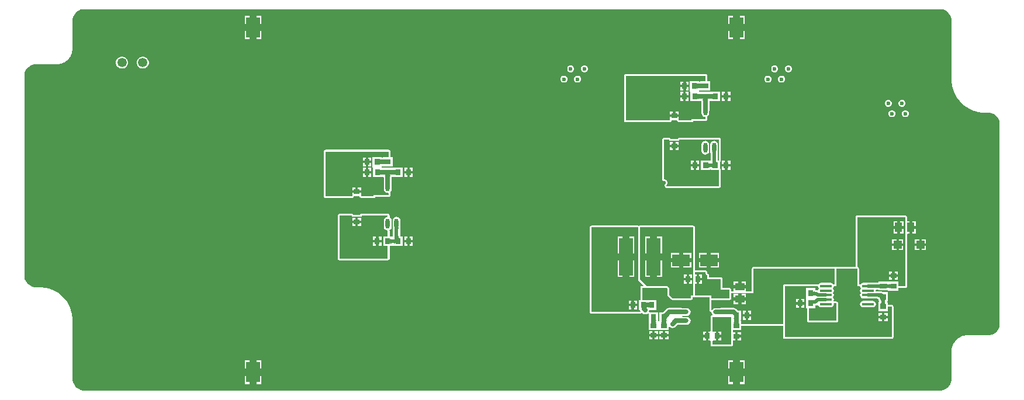
<source format=gbl>
G04*
G04 #@! TF.GenerationSoftware,Altium Limited,Altium Designer,21.7.2 (23)*
G04*
G04 Layer_Physical_Order=4*
G04 Layer_Color=16711680*
%FSLAX43Y43*%
%MOMM*%
G71*
G04*
G04 #@! TF.SameCoordinates,BD2E6C67-D46E-495A-B7F0-CE9B6F3DEFF6*
G04*
G04*
G04 #@! TF.FilePolarity,Positive*
G04*
G01*
G75*
%ADD41C,0.600*%
%ADD46C,0.635*%
%ADD47R,2.000X3.000*%
%ADD51R,0.900X1.200*%
%ADD52R,0.900X1.500*%
%ADD53R,0.900X0.600*%
%ADD54R,0.800X0.900*%
%ADD57R,0.900X0.800*%
%ADD74R,2.400X3.100*%
%ADD75R,2.700X2.500*%
%ADD76R,2.290X2.290*%
%ADD77C,7.000*%
%ADD78C,0.700*%
%ADD79C,1.000*%
%ADD80C,1.350*%
%ADD87R,1.100X1.400*%
%ADD88R,2.500X1.700*%
%ADD89O,2.200X0.600*%
%ADD90R,1.400X1.100*%
%ADD91R,2.000X5.500*%
%ADD92R,1.200X1.200*%
%ADD93O,1.780X0.420*%
%ADD94R,1.500X0.900*%
%ADD95R,0.600X0.900*%
%ADD96R,1.200X0.900*%
%ADD97O,0.600X1.450*%
%ADD98C,0.500*%
G36*
X164979Y102578D02*
X165277Y102454D01*
X165546Y102275D01*
X165775Y102046D01*
X165954Y101777D01*
X166078Y101479D01*
X166141Y101162D01*
Y101000D01*
Y92500D01*
X166142Y92496D01*
X166141Y92492D01*
X166151Y92191D01*
X166154Y92178D01*
X166153Y92165D01*
X166232Y91569D01*
X166237Y91553D01*
X166238Y91536D01*
X166394Y90954D01*
X166402Y90939D01*
X166405Y90922D01*
X166635Y90366D01*
X166645Y90352D01*
X166650Y90336D01*
X166951Y89815D01*
X166962Y89802D01*
X166970Y89787D01*
X167336Y89309D01*
X167349Y89298D01*
X167358Y89284D01*
X167784Y88858D01*
X167798Y88849D01*
X167809Y88836D01*
X168287Y88470D01*
X168302Y88462D01*
X168315Y88451D01*
X168836Y88150D01*
X168852Y88145D01*
X168866Y88135D01*
X169422Y87905D01*
X169439Y87902D01*
X169454Y87894D01*
X170036Y87738D01*
X170053Y87737D01*
X170069Y87732D01*
X170665Y87653D01*
X170678Y87654D01*
X170691Y87651D01*
X170992Y87641D01*
X170996Y87642D01*
X171000Y87641D01*
X171662Y87641D01*
X171979Y87578D01*
X172277Y87454D01*
X172546Y87275D01*
X172775Y87046D01*
X172954Y86777D01*
X173078Y86479D01*
X173141Y86162D01*
Y86000D01*
X173141Y57000D01*
X173141Y56838D01*
X173078Y56521D01*
X172954Y56223D01*
X172775Y55954D01*
X172546Y55725D01*
X172277Y55546D01*
X171979Y55422D01*
X171662Y55359D01*
X171500D01*
X168500Y55359D01*
X168494Y55358D01*
X168487Y55359D01*
X168281Y55349D01*
X168263Y55344D01*
X168244D01*
X167840Y55264D01*
X167816Y55254D01*
X167791Y55249D01*
X167411Y55091D01*
X167390Y55077D01*
X167366Y55067D01*
X167024Y54839D01*
X167006Y54821D01*
X166985Y54806D01*
X166694Y54515D01*
X166679Y54494D01*
X166661Y54476D01*
X166433Y54134D01*
X166423Y54110D01*
X166409Y54089D01*
X166251Y53709D01*
X166246Y53684D01*
X166236Y53660D01*
X166156Y53256D01*
Y53237D01*
X166151Y53219D01*
X166141Y53013D01*
X166142Y53006D01*
X166141Y53000D01*
X166141Y49000D01*
X166141Y48838D01*
X166078Y48521D01*
X165954Y48223D01*
X165775Y47954D01*
X165546Y47725D01*
X165277Y47546D01*
X164979Y47422D01*
X164662Y47359D01*
X164500D01*
X40500Y47359D01*
X40338D01*
X40021Y47422D01*
X39723Y47546D01*
X39454Y47725D01*
X39225Y47954D01*
X39046Y48223D01*
X38922Y48521D01*
X38859Y48838D01*
Y49000D01*
Y57500D01*
X38858Y57504D01*
X38859Y57508D01*
X38849Y57809D01*
X38846Y57822D01*
X38847Y57835D01*
X38768Y58431D01*
X38763Y58447D01*
X38762Y58464D01*
X38606Y59046D01*
X38598Y59061D01*
X38595Y59078D01*
X38365Y59634D01*
X38355Y59648D01*
X38350Y59664D01*
X38049Y60185D01*
X38038Y60198D01*
X38030Y60213D01*
X37664Y60691D01*
X37651Y60702D01*
X37642Y60716D01*
X37216Y61142D01*
X37202Y61151D01*
X37191Y61164D01*
X36713Y61530D01*
X36698Y61538D01*
X36685Y61549D01*
X36164Y61850D01*
X36148Y61855D01*
X36134Y61865D01*
X35578Y62095D01*
X35561Y62098D01*
X35546Y62106D01*
X34964Y62262D01*
X34947Y62263D01*
X34931Y62268D01*
X34335Y62347D01*
X34322Y62346D01*
X34309Y62349D01*
X34008Y62359D01*
X34004Y62358D01*
X34000Y62359D01*
X33500Y62359D01*
X33338Y62359D01*
X33021Y62422D01*
X32723Y62546D01*
X32454Y62725D01*
X32225Y62954D01*
X32046Y63223D01*
X31922Y63521D01*
X31859Y63838D01*
Y64000D01*
X31859Y93000D01*
X31859Y93162D01*
X31922Y93479D01*
X32046Y93777D01*
X32225Y94046D01*
X32454Y94275D01*
X32723Y94454D01*
X33021Y94578D01*
X33338Y94641D01*
X33500D01*
X36500Y94641D01*
X36506Y94642D01*
X36513Y94641D01*
X36719Y94651D01*
X36737Y94656D01*
X36756D01*
X37160Y94736D01*
X37184Y94746D01*
X37209Y94751D01*
X37589Y94909D01*
X37610Y94923D01*
X37634Y94933D01*
X37976Y95161D01*
X37994Y95179D01*
X38015Y95194D01*
X38306Y95485D01*
X38321Y95506D01*
X38339Y95524D01*
X38567Y95866D01*
X38577Y95890D01*
X38591Y95911D01*
X38749Y96291D01*
X38754Y96316D01*
X38764Y96340D01*
X38844Y96744D01*
Y96763D01*
X38849Y96781D01*
X38859Y96987D01*
X38858Y96994D01*
X38859Y97000D01*
X38859Y101000D01*
X38859Y101162D01*
X38922Y101479D01*
X39046Y101777D01*
X39225Y102046D01*
X39454Y102275D01*
X39723Y102454D01*
X40021Y102578D01*
X40338Y102641D01*
X40500D01*
X164500Y102641D01*
X164662D01*
X164979Y102578D01*
D02*
G37*
%LPC*%
G36*
X66200Y101700D02*
X65512D01*
Y100512D01*
X66200D01*
Y101700D01*
D02*
G37*
G36*
X64488D02*
X63800D01*
Y100512D01*
X64488D01*
Y101700D01*
D02*
G37*
G36*
X136200D02*
X135512D01*
Y100512D01*
X136200D01*
Y101700D01*
D02*
G37*
G36*
X134488D02*
X133800D01*
Y100512D01*
X134488D01*
Y101700D01*
D02*
G37*
G36*
X136200Y99488D02*
X135512D01*
Y98300D01*
X136200D01*
Y99488D01*
D02*
G37*
G36*
X134488D02*
X133800D01*
Y98300D01*
X134488D01*
Y99488D01*
D02*
G37*
G36*
X66200Y99488D02*
X65512D01*
Y98300D01*
X66200D01*
Y99488D01*
D02*
G37*
G36*
X64488D02*
X63800D01*
Y98300D01*
X64488D01*
Y99488D01*
D02*
G37*
G36*
X49115Y95775D02*
X48885D01*
X48662Y95715D01*
X48463Y95600D01*
X48300Y95437D01*
X48185Y95238D01*
X48125Y95015D01*
Y94785D01*
X48185Y94562D01*
X48300Y94363D01*
X48463Y94200D01*
X48662Y94085D01*
X48885Y94025D01*
X49115D01*
X49338Y94085D01*
X49537Y94200D01*
X49700Y94363D01*
X49815Y94562D01*
X49875Y94785D01*
Y95015D01*
X49815Y95238D01*
X49700Y95437D01*
X49537Y95600D01*
X49338Y95715D01*
X49115Y95775D01*
D02*
G37*
G36*
X46115D02*
X45885D01*
X45662Y95715D01*
X45463Y95600D01*
X45300Y95437D01*
X45185Y95238D01*
X45125Y95015D01*
Y94785D01*
X45185Y94562D01*
X45300Y94363D01*
X45463Y94200D01*
X45662Y94085D01*
X45885Y94025D01*
X46115D01*
X46338Y94085D01*
X46537Y94200D01*
X46700Y94363D01*
X46815Y94562D01*
X46875Y94785D01*
Y95015D01*
X46815Y95238D01*
X46700Y95437D01*
X46537Y95600D01*
X46338Y95715D01*
X46115Y95775D01*
D02*
G37*
G36*
X142649Y94500D02*
X142451D01*
X142267Y94424D01*
X142126Y94283D01*
X142050Y94099D01*
Y93901D01*
X142126Y93717D01*
X142267Y93576D01*
X142451Y93500D01*
X142649D01*
X142833Y93576D01*
X142974Y93717D01*
X143050Y93901D01*
Y94099D01*
X142974Y94283D01*
X142833Y94424D01*
X142649Y94500D01*
D02*
G37*
G36*
X140649D02*
X140451D01*
X140267Y94424D01*
X140126Y94283D01*
X140050Y94099D01*
Y93901D01*
X140126Y93717D01*
X140267Y93576D01*
X140451Y93500D01*
X140649D01*
X140833Y93576D01*
X140974Y93717D01*
X141050Y93901D01*
Y94099D01*
X140974Y94283D01*
X140833Y94424D01*
X140649Y94500D01*
D02*
G37*
G36*
X113099D02*
X112901D01*
X112717Y94424D01*
X112576Y94283D01*
X112500Y94099D01*
Y93901D01*
X112576Y93717D01*
X112717Y93576D01*
X112901Y93500D01*
X113099D01*
X113283Y93576D01*
X113424Y93717D01*
X113500Y93901D01*
Y94099D01*
X113424Y94283D01*
X113283Y94424D01*
X113099Y94500D01*
D02*
G37*
G36*
X111099D02*
X110901D01*
X110717Y94424D01*
X110576Y94283D01*
X110500Y94099D01*
Y93901D01*
X110576Y93717D01*
X110717Y93576D01*
X110901Y93500D01*
X111099D01*
X111283Y93576D01*
X111424Y93717D01*
X111500Y93901D01*
Y94099D01*
X111424Y94283D01*
X111283Y94424D01*
X111099Y94500D01*
D02*
G37*
G36*
X141649Y93000D02*
X141451D01*
X141267Y92924D01*
X141126Y92783D01*
X141050Y92599D01*
Y92401D01*
X141126Y92217D01*
X141267Y92076D01*
X141451Y92000D01*
X141649D01*
X141833Y92076D01*
X141974Y92217D01*
X142050Y92401D01*
Y92599D01*
X141974Y92783D01*
X141833Y92924D01*
X141649Y93000D01*
D02*
G37*
G36*
X139649D02*
X139451D01*
X139267Y92924D01*
X139126Y92783D01*
X139050Y92599D01*
Y92401D01*
X139126Y92217D01*
X139267Y92076D01*
X139451Y92000D01*
X139649D01*
X139833Y92076D01*
X139974Y92217D01*
X140050Y92401D01*
Y92599D01*
X139974Y92783D01*
X139833Y92924D01*
X139649Y93000D01*
D02*
G37*
G36*
X112099D02*
X111901D01*
X111717Y92924D01*
X111576Y92783D01*
X111500Y92599D01*
Y92401D01*
X111576Y92217D01*
X111717Y92076D01*
X111901Y92000D01*
X112099D01*
X112283Y92076D01*
X112424Y92217D01*
X112500Y92401D01*
Y92599D01*
X112424Y92783D01*
X112283Y92924D01*
X112099Y93000D01*
D02*
G37*
G36*
X110099D02*
X109901D01*
X109717Y92924D01*
X109576Y92783D01*
X109500Y92599D01*
Y92401D01*
X109576Y92217D01*
X109717Y92076D01*
X109901Y92000D01*
X110099D01*
X110283Y92076D01*
X110424Y92217D01*
X110500Y92401D01*
Y92599D01*
X110424Y92783D01*
X110283Y92924D01*
X110099Y93000D01*
D02*
G37*
G36*
X130500Y93259D02*
X119000D01*
X118901Y93239D01*
X118817Y93183D01*
X118761Y93099D01*
X118741Y93000D01*
Y86500D01*
X118761Y86401D01*
X118817Y86317D01*
X118901Y86261D01*
X119000Y86241D01*
X125285D01*
X125311Y86246D01*
X125338Y86247D01*
X125360Y86256D01*
X125384Y86261D01*
X125406Y86276D01*
X125431Y86286D01*
X125448Y86304D01*
X125468Y86317D01*
X125483Y86339D01*
X125502Y86359D01*
X125567Y86459D01*
X125576Y86481D01*
X125589Y86501D01*
X125595Y86527D01*
X125602Y86546D01*
X126398D01*
X126405Y86527D01*
X126411Y86501D01*
X126424Y86481D01*
X126433Y86459D01*
X126498Y86359D01*
X126517Y86339D01*
X126532Y86317D01*
X126552Y86304D01*
X126569Y86286D01*
X126594Y86276D01*
X126616Y86261D01*
X126640Y86256D01*
X126662Y86247D01*
X126689Y86246D01*
X126715Y86241D01*
X128466D01*
X128565Y86261D01*
X128649Y86317D01*
X128705Y86401D01*
X128708Y86415D01*
X130500D01*
X130599Y86435D01*
X130683Y86491D01*
X130739Y86575D01*
X130759Y86674D01*
Y87010D01*
X130754Y87035D01*
Y87061D01*
X130748Y87075D01*
X130899Y87176D01*
X131022Y87359D01*
X131065Y87575D01*
Y87910D01*
X131083Y88000D01*
Y89179D01*
X131087Y89271D01*
X131092Y89310D01*
X131204Y89346D01*
X131317Y89315D01*
X131346Y89296D01*
Y89296D01*
X131593D01*
X131603Y89294D01*
X131613Y89296D01*
X132654D01*
Y90704D01*
X131613D01*
X131603Y90706D01*
X131593Y90704D01*
X131346D01*
Y90704D01*
X131219Y90647D01*
X131204Y90654D01*
Y90654D01*
X130957D01*
X130947Y90656D01*
X130946Y90656D01*
X130946Y90656D01*
X130936Y90654D01*
X130064D01*
X130054Y90656D01*
X130054Y90656D01*
X130053Y90656D01*
X130043Y90654D01*
X129796D01*
Y90654D01*
X129758Y90636D01*
X129654Y90704D01*
Y90704D01*
X129580Y90771D01*
X129602Y90903D01*
X129679Y90929D01*
X129796Y90870D01*
Y90870D01*
X130043D01*
X130053Y90868D01*
X130054Y90868D01*
X130054Y90868D01*
X130064Y90870D01*
X131204D01*
Y92178D01*
X130759D01*
Y93000D01*
X130739Y93099D01*
X130683Y93183D01*
X130599Y93239D01*
X130500Y93259D01*
D02*
G37*
G36*
X134124Y90650D02*
X133706D01*
Y90183D01*
X134124D01*
Y90650D01*
D02*
G37*
G36*
X133342D02*
X132924D01*
Y90183D01*
X133342D01*
Y90650D01*
D02*
G37*
G36*
X134124Y89817D02*
X133706D01*
Y89350D01*
X134124D01*
Y89817D01*
D02*
G37*
G36*
X133342D02*
X132924D01*
Y89350D01*
X133342D01*
Y89817D01*
D02*
G37*
G36*
X159099Y89500D02*
X158901D01*
X158717Y89424D01*
X158576Y89283D01*
X158500Y89099D01*
Y88901D01*
X158576Y88717D01*
X158717Y88576D01*
X158901Y88500D01*
X159099D01*
X159283Y88576D01*
X159424Y88717D01*
X159500Y88901D01*
Y89099D01*
X159424Y89283D01*
X159283Y89424D01*
X159099Y89500D01*
D02*
G37*
G36*
X157099D02*
X156901D01*
X156717Y89424D01*
X156576Y89283D01*
X156500Y89099D01*
Y88901D01*
X156576Y88717D01*
X156717Y88576D01*
X156901Y88500D01*
X157099D01*
X157283Y88576D01*
X157424Y88717D01*
X157500Y88901D01*
Y89099D01*
X157424Y89283D01*
X157283Y89424D01*
X157099Y89500D01*
D02*
G37*
G36*
X159599Y88000D02*
X159401D01*
X159217Y87924D01*
X159076Y87783D01*
X159000Y87599D01*
Y87401D01*
X159076Y87217D01*
X159217Y87076D01*
X159401Y87000D01*
X159599D01*
X159783Y87076D01*
X159924Y87217D01*
X160000Y87401D01*
Y87599D01*
X159924Y87783D01*
X159783Y87924D01*
X159599Y88000D01*
D02*
G37*
G36*
X157599D02*
X157401D01*
X157217Y87924D01*
X157076Y87783D01*
X157000Y87599D01*
Y87401D01*
X157076Y87217D01*
X157217Y87076D01*
X157401Y87000D01*
X157599D01*
X157783Y87076D01*
X157924Y87217D01*
X158000Y87401D01*
Y87599D01*
X157924Y87783D01*
X157783Y87924D01*
X157599Y88000D01*
D02*
G37*
G36*
X132500Y84009D02*
X126704D01*
X126605Y83989D01*
X126521Y83933D01*
X126465Y83849D01*
X126456Y83805D01*
X125544D01*
X125535Y83849D01*
X125479Y83933D01*
X125395Y83989D01*
X125296Y84009D01*
X124500D01*
X124401Y83989D01*
X124317Y83933D01*
X124261Y83849D01*
X124241Y83750D01*
Y78000D01*
X124261Y77901D01*
X124317Y77817D01*
X124401Y77761D01*
X124500Y77741D01*
X124548D01*
X124637Y77704D01*
X124704Y77637D01*
X124741Y77548D01*
Y77452D01*
X124704Y77363D01*
X124651Y77310D01*
X124595Y77226D01*
X124575Y77127D01*
X124595Y77028D01*
X124647Y76901D01*
X124704Y76817D01*
X124788Y76761D01*
X124887Y76741D01*
X132500D01*
X132599Y76761D01*
X132683Y76817D01*
X132739Y76901D01*
X132759Y77000D01*
Y79296D01*
X132739Y79395D01*
X132683Y79479D01*
X132654Y79499D01*
Y80501D01*
X132683Y80521D01*
X132739Y80605D01*
X132759Y80704D01*
Y83750D01*
X132739Y83849D01*
X132683Y83933D01*
X132599Y83989D01*
X132500Y84009D01*
D02*
G37*
G36*
X134124Y80650D02*
X133706D01*
Y80183D01*
X134124D01*
Y80650D01*
D02*
G37*
G36*
X133342D02*
X132924D01*
Y80183D01*
X133342D01*
Y80650D01*
D02*
G37*
G36*
X84635Y82259D02*
X75500D01*
X75401Y82239D01*
X75317Y82183D01*
X75261Y82099D01*
X75241Y82000D01*
Y75500D01*
X75261Y75401D01*
X75317Y75317D01*
X75401Y75261D01*
X75500Y75241D01*
X79285D01*
X79311Y75246D01*
X79338Y75247D01*
X79360Y75256D01*
X79384Y75261D01*
X79406Y75276D01*
X79431Y75286D01*
X79448Y75304D01*
X79468Y75317D01*
X79483Y75339D01*
X79502Y75359D01*
X79567Y75459D01*
X79576Y75481D01*
X79589Y75501D01*
X79595Y75527D01*
X79602Y75546D01*
X80398D01*
X80405Y75527D01*
X80411Y75501D01*
X80424Y75481D01*
X80433Y75459D01*
X80498Y75359D01*
X80517Y75339D01*
X80532Y75317D01*
X80552Y75304D01*
X80569Y75286D01*
X80594Y75276D01*
X80616Y75261D01*
X80640Y75256D01*
X80662Y75247D01*
X80689Y75246D01*
X80715Y75241D01*
X82466D01*
X82565Y75261D01*
X82649Y75317D01*
X82705Y75401D01*
X82708Y75415D01*
X84635D01*
X84734Y75435D01*
X84818Y75491D01*
X84874Y75575D01*
X84894Y75674D01*
Y75937D01*
X84891Y75950D01*
X84893Y75962D01*
X84882Y75999D01*
X84874Y76036D01*
X84888Y76139D01*
X84899Y76176D01*
X85022Y76359D01*
X85065Y76575D01*
Y76910D01*
X85083Y77000D01*
Y78179D01*
X85087Y78271D01*
X85092Y78310D01*
X85204Y78346D01*
X85317Y78315D01*
X85346Y78296D01*
Y78296D01*
X85593D01*
X85603Y78294D01*
X85613Y78296D01*
X86654D01*
Y79704D01*
X85613D01*
X85603Y79706D01*
X85593Y79704D01*
X85346D01*
Y79704D01*
X85219Y79647D01*
X85204Y79654D01*
Y79654D01*
X84957D01*
X84947Y79656D01*
X84946Y79656D01*
X84946Y79656D01*
X84936Y79654D01*
X84064D01*
X84054Y79656D01*
X84054Y79656D01*
X84053Y79656D01*
X84043Y79654D01*
X83796D01*
X83796Y79654D01*
X83710Y79670D01*
X83678Y79698D01*
Y79704D01*
X83638D01*
X83580Y79768D01*
X83602Y79903D01*
X83679Y79929D01*
X83796Y79870D01*
Y79870D01*
X84043D01*
X84053Y79868D01*
X84054Y79868D01*
X84054Y79868D01*
X84064Y79870D01*
X85204D01*
Y81178D01*
X84894D01*
Y82000D01*
X84874Y82099D01*
X84818Y82183D01*
X84734Y82239D01*
X84635Y82259D01*
D02*
G37*
G36*
X134124Y79817D02*
X133706D01*
Y79350D01*
X134124D01*
Y79817D01*
D02*
G37*
G36*
X133342D02*
X132924D01*
Y79350D01*
X133342D01*
Y79817D01*
D02*
G37*
G36*
X88124Y79650D02*
X87706D01*
Y79183D01*
X88124D01*
Y79650D01*
D02*
G37*
G36*
X87341D02*
X86924D01*
Y79183D01*
X87341D01*
Y79650D01*
D02*
G37*
G36*
X88124Y78817D02*
X87706D01*
Y78350D01*
X88124D01*
Y78817D01*
D02*
G37*
G36*
X87341D02*
X86924D01*
Y78350D01*
X87341D01*
Y78817D01*
D02*
G37*
G36*
X84500Y73009D02*
X80704D01*
X80605Y72989D01*
X80521Y72933D01*
X80465Y72849D01*
X80456Y72805D01*
X79544D01*
X79535Y72849D01*
X79479Y72933D01*
X79395Y72989D01*
X79296Y73009D01*
X77500D01*
X77401Y72989D01*
X77317Y72933D01*
X77261Y72849D01*
X77241Y72750D01*
Y66500D01*
X77261Y66401D01*
X77317Y66317D01*
X77401Y66261D01*
X77500Y66241D01*
X84500D01*
X84599Y66261D01*
X84683Y66317D01*
X84739Y66401D01*
X84759Y66500D01*
Y68296D01*
X84887D01*
X84897Y68294D01*
X84907Y68296D01*
X85154D01*
Y68387D01*
X85230Y68423D01*
X85346Y68348D01*
Y68296D01*
X85593D01*
X85603Y68294D01*
X85613Y68296D01*
X86654D01*
Y69704D01*
X86308D01*
X86306Y69708D01*
X86296Y69746D01*
X86287Y69799D01*
X86284Y69836D01*
Y70723D01*
X86288Y70837D01*
X86296Y70923D01*
X86300Y70947D01*
X86302Y70957D01*
X86306Y70967D01*
X86309Y70993D01*
X86335Y71125D01*
Y71975D01*
X86292Y72191D01*
X86169Y72374D01*
X85986Y72497D01*
X85770Y72540D01*
X85554Y72497D01*
X85371Y72374D01*
X85248Y72191D01*
X85205Y71975D01*
Y71125D01*
X85231Y70993D01*
X85234Y70967D01*
X85237Y70958D01*
X85256Y70629D01*
Y69764D01*
X85154Y69704D01*
X84907D01*
X84897Y69706D01*
X84887Y69704D01*
X84759D01*
Y70560D01*
X84754Y70585D01*
Y70611D01*
X84748Y70625D01*
X84899Y70726D01*
X85022Y70909D01*
X85065Y71125D01*
Y71975D01*
X85022Y72191D01*
X84899Y72374D01*
X84748Y72475D01*
X84754Y72489D01*
Y72515D01*
X84759Y72540D01*
Y72750D01*
X84739Y72849D01*
X84683Y72933D01*
X84599Y72989D01*
X84500Y73009D01*
D02*
G37*
G36*
X161028Y71900D02*
X160460D01*
Y71182D01*
X161028D01*
Y71900D01*
D02*
G37*
G36*
Y70817D02*
X160460D01*
Y70100D01*
X161028D01*
Y70817D01*
D02*
G37*
G36*
X88124Y69650D02*
X87706D01*
Y69183D01*
X88124D01*
Y69650D01*
D02*
G37*
G36*
X87341D02*
X86924D01*
Y69183D01*
X87341D01*
Y69650D01*
D02*
G37*
G36*
X162451Y69300D02*
X161833D01*
Y68683D01*
X162451D01*
Y69300D01*
D02*
G37*
G36*
X161469D02*
X160851D01*
Y68683D01*
X161469D01*
Y69300D01*
D02*
G37*
G36*
X88124Y68817D02*
X87706D01*
Y68350D01*
X88124D01*
Y68817D01*
D02*
G37*
G36*
X87341D02*
X86924D01*
Y68350D01*
X87341D01*
Y68817D01*
D02*
G37*
G36*
X162451Y68317D02*
X161833D01*
Y67700D01*
X162451D01*
Y68317D01*
D02*
G37*
G36*
X161469D02*
X160851D01*
Y67700D01*
X161469D01*
Y68317D01*
D02*
G37*
G36*
X132450Y67300D02*
X131318D01*
Y66567D01*
X132450D01*
Y67300D01*
D02*
G37*
G36*
X130682D02*
X129550D01*
Y66567D01*
X130682D01*
Y67300D01*
D02*
G37*
G36*
X159500Y72759D02*
X152500D01*
X152401Y72739D01*
X152317Y72683D01*
X152261Y72599D01*
X152241Y72500D01*
Y65259D01*
X149500D01*
X149401Y65239D01*
X149371Y65219D01*
X149340Y65239D01*
X149241Y65259D01*
X137500D01*
X137401Y65239D01*
X137317Y65183D01*
X137261Y65099D01*
X137241Y65000D01*
Y61759D01*
X136400D01*
Y62133D01*
X135500D01*
X134600D01*
Y61759D01*
X134259D01*
Y62000D01*
X134239Y62099D01*
X134183Y62183D01*
X134099Y62239D01*
X134000Y62259D01*
X133009D01*
Y63500D01*
X132989Y63599D01*
X132933Y63683D01*
X132849Y63739D01*
X132750Y63759D01*
X131009D01*
X131009Y64062D01*
X130989Y64161D01*
X130933Y64245D01*
X130874Y64285D01*
X130796Y64363D01*
X130759Y64452D01*
Y64500D01*
X130739Y64599D01*
X130683Y64683D01*
X130599Y64739D01*
X130500Y64759D01*
X129009Y64759D01*
Y71000D01*
X128989Y71099D01*
X128933Y71183D01*
X128849Y71239D01*
X128750Y71259D01*
X121000D01*
X120901Y71239D01*
X120871Y71219D01*
X120840Y71239D01*
X120741Y71259D01*
X114000D01*
X113901Y71239D01*
X113817Y71183D01*
X113761Y71099D01*
X113741Y71000D01*
Y58750D01*
X113761Y58651D01*
X113817Y58567D01*
X113901Y58511D01*
X114000Y58491D01*
X121041D01*
X121078Y58498D01*
X121116Y58502D01*
X121127Y58508D01*
X121140Y58511D01*
X121172Y58532D01*
X121205Y58550D01*
X121212Y58558D01*
X121214Y58560D01*
X121224Y58567D01*
X121331Y58582D01*
X121372Y58574D01*
X121382Y58569D01*
X121565Y58447D01*
X121788Y58402D01*
X122011Y58447D01*
X122200Y58573D01*
X122207Y58583D01*
X122334Y58544D01*
Y57563D01*
X122332Y57553D01*
X122333Y57550D01*
X122332Y57548D01*
X122334Y57539D01*
Y57404D01*
X122296D01*
Y57157D01*
X122294Y57147D01*
X122296Y57137D01*
Y56096D01*
X123669D01*
X123704Y56096D01*
X123796D01*
X123831Y56096D01*
X125204D01*
Y56535D01*
X125331Y56573D01*
X125338Y56563D01*
X125527Y56437D01*
X125750Y56392D01*
X125973Y56437D01*
X126162Y56563D01*
X126403Y56804D01*
X126436Y56836D01*
X126484Y56877D01*
X127000D01*
X127090Y56895D01*
X127800D01*
X128016Y56938D01*
X128199Y57061D01*
X128322Y57244D01*
X128365Y57460D01*
X128322Y57676D01*
X128199Y57859D01*
X128016Y57982D01*
X127800Y58025D01*
X127223D01*
X127173Y58152D01*
X127187Y58165D01*
X127800D01*
X128016Y58208D01*
X128199Y58331D01*
X128322Y58514D01*
X128365Y58730D01*
X128322Y58946D01*
X128199Y59129D01*
X128016Y59252D01*
X127800Y59295D01*
X127090D01*
X127000Y59313D01*
X125253D01*
X125030Y59268D01*
X124841Y59142D01*
X124614Y58915D01*
X124496Y58809D01*
X124425Y58752D01*
X124366Y58710D01*
X124356Y58704D01*
X123858D01*
Y57569D01*
X123856Y57562D01*
X123857Y57557D01*
X123856Y57553D01*
X123858Y57543D01*
Y57466D01*
X123796Y57404D01*
X123704D01*
X123642Y57466D01*
Y57543D01*
X123644Y57553D01*
X123643Y57557D01*
X123644Y57562D01*
X123642Y57569D01*
Y58704D01*
X122435D01*
X122426Y58709D01*
X122340Y58831D01*
X122371Y58985D01*
X122421Y59046D01*
X123392D01*
Y60454D01*
X122351D01*
X122341Y60456D01*
X122331Y60454D01*
X121919D01*
X121909Y60456D01*
X121899Y60454D01*
X121456D01*
X121435Y60462D01*
X121344Y60546D01*
Y62195D01*
X121514D01*
X121613Y62215D01*
X121697Y62271D01*
X121815Y62316D01*
X121855Y62291D01*
X121901Y62261D01*
X122000Y62241D01*
X124893D01*
X124991Y62143D01*
Y61250D01*
X125011Y61151D01*
X125067Y61067D01*
X125567Y60567D01*
X125651Y60511D01*
X125750Y60491D01*
X128421D01*
X128520Y60511D01*
X128604Y60567D01*
X128660Y60651D01*
X128680Y60750D01*
Y60910D01*
X128750D01*
X128849Y60930D01*
X128879Y60950D01*
X128910Y60930D01*
X129009Y60910D01*
X131070D01*
Y60750D01*
X131090Y60651D01*
X131110Y60621D01*
X131090Y60590D01*
X131070Y60491D01*
Y59026D01*
X131073Y59014D01*
X131071Y59001D01*
X131082Y58965D01*
X131090Y58927D01*
X131097Y58917D01*
X131101Y58904D01*
X131125Y58875D01*
X131146Y58843D01*
X131157Y58836D01*
X131165Y58826D01*
X131198Y58808D01*
X131230Y58787D01*
X131242Y58785D01*
X131254Y58779D01*
X131381Y58740D01*
X131386Y58733D01*
X131385Y58730D01*
X131428Y58514D01*
X131514Y58386D01*
X131510Y58352D01*
X131459Y58251D01*
X131401Y58239D01*
X131317Y58183D01*
X131261Y58099D01*
X131241Y58000D01*
Y55965D01*
X131139Y55905D01*
X131124Y55900D01*
X130982D01*
Y55250D01*
Y54600D01*
X131124D01*
X131139Y54595D01*
X131241Y54535D01*
Y54000D01*
X131261Y53901D01*
X131317Y53817D01*
X131401Y53761D01*
X131500Y53741D01*
X134250D01*
X134349Y53761D01*
X134433Y53817D01*
X134489Y53901D01*
X134509Y54000D01*
Y54638D01*
X134817D01*
Y55238D01*
Y55838D01*
X134509D01*
Y56108D01*
X135704D01*
Y56741D01*
X141741D01*
Y55100D01*
X141761Y55001D01*
X141817Y54917D01*
X141901Y54861D01*
X142000Y54841D01*
X157500D01*
X157599Y54861D01*
X157683Y54917D01*
X157739Y55001D01*
X157759Y55100D01*
Y59500D01*
X157739Y59599D01*
X157683Y59683D01*
X157599Y59739D01*
X157500Y59759D01*
X156954D01*
Y59887D01*
X156956Y59897D01*
X156954Y59907D01*
Y60154D01*
X156875D01*
X156839Y60217D01*
X156910Y60334D01*
X156954D01*
Y60581D01*
X156956Y60591D01*
X156954Y60601D01*
Y61642D01*
X156227D01*
X156199Y61661D01*
X156002Y61700D01*
X155274D01*
X155194Y61798D01*
X155201Y61836D01*
X155194Y61874D01*
X155274Y61972D01*
X155451D01*
X155533Y61967D01*
X155546Y61966D01*
Y61858D01*
X155793D01*
X155803Y61856D01*
X155813Y61858D01*
X156687D01*
X156697Y61856D01*
X156707Y61858D01*
X156954D01*
Y61858D01*
X157046Y61846D01*
Y61846D01*
X157076Y61846D01*
X157293D01*
X157303Y61844D01*
X157313Y61846D01*
X158454D01*
Y62241D01*
X159500D01*
X159599Y62261D01*
X159683Y62317D01*
X159739Y62401D01*
X159759Y62500D01*
Y70046D01*
X159803Y70100D01*
X160096D01*
Y71000D01*
Y71900D01*
X159803D01*
X159759Y71954D01*
Y72500D01*
X159739Y72599D01*
X159683Y72683D01*
X159599Y72739D01*
X159500Y72759D01*
D02*
G37*
G36*
X132450Y65933D02*
X131318D01*
Y65200D01*
X132450D01*
Y65933D01*
D02*
G37*
G36*
X130682D02*
X129550D01*
Y65200D01*
X130682D01*
Y65933D01*
D02*
G37*
G36*
X136400Y63139D02*
X135756D01*
Y62645D01*
X136400D01*
Y63139D01*
D02*
G37*
G36*
X135244D02*
X134600D01*
Y62645D01*
X135244D01*
Y63139D01*
D02*
G37*
G36*
X125150Y55950D02*
X124683D01*
Y55533D01*
X125150D01*
Y55950D01*
D02*
G37*
G36*
X124317D02*
X123850D01*
Y55533D01*
X124317D01*
Y55950D01*
D02*
G37*
G36*
X123650D02*
X123183D01*
Y55533D01*
X123650D01*
Y55950D01*
D02*
G37*
G36*
X122817D02*
X122350D01*
Y55533D01*
X122817D01*
Y55950D01*
D02*
G37*
G36*
X130617Y55900D02*
X130200D01*
Y55432D01*
X130617D01*
Y55900D01*
D02*
G37*
G36*
X135650Y55838D02*
X135182D01*
Y55421D01*
X135650D01*
Y55838D01*
D02*
G37*
G36*
X125150Y55167D02*
X124683D01*
Y54750D01*
X125150D01*
Y55167D01*
D02*
G37*
G36*
X124317D02*
X123850D01*
Y54750D01*
X124317D01*
Y55167D01*
D02*
G37*
G36*
X123650D02*
X123183D01*
Y54750D01*
X123650D01*
Y55167D01*
D02*
G37*
G36*
X122817D02*
X122350D01*
Y54750D01*
X122817D01*
Y55167D01*
D02*
G37*
G36*
X135650Y55056D02*
X135182D01*
Y54638D01*
X135650D01*
Y55056D01*
D02*
G37*
G36*
X130617Y55068D02*
X130200D01*
Y54600D01*
X130617D01*
Y55068D01*
D02*
G37*
G36*
X136200Y51700D02*
X135512D01*
Y50512D01*
X136200D01*
Y51700D01*
D02*
G37*
G36*
X134488D02*
X133800D01*
Y50512D01*
X134488D01*
Y51700D01*
D02*
G37*
G36*
X66200D02*
X65512D01*
Y50512D01*
X66200D01*
Y51700D01*
D02*
G37*
G36*
X64488D02*
X63800D01*
Y50512D01*
X64488D01*
Y51700D01*
D02*
G37*
G36*
X136200Y49488D02*
X135512D01*
Y48300D01*
X136200D01*
Y49488D01*
D02*
G37*
G36*
X134488D02*
X133800D01*
Y48300D01*
X134488D01*
Y49488D01*
D02*
G37*
G36*
X66200Y49488D02*
X65512D01*
Y48300D01*
X66200D01*
Y49488D01*
D02*
G37*
G36*
X64488D02*
X63800D01*
Y48300D01*
X64488D01*
Y49488D01*
D02*
G37*
%LPD*%
G36*
X130500Y92178D02*
X130064D01*
X130054Y92180D01*
X130054Y92180D01*
X130053Y92180D01*
X130043Y92178D01*
X129796D01*
Y92148D01*
X129670Y92117D01*
X129554Y92193D01*
Y92204D01*
X129322D01*
X129319Y92205D01*
X129310Y92204D01*
X129307D01*
X129297Y92206D01*
X129287Y92204D01*
X128246D01*
Y90796D01*
X128262D01*
X128346Y90704D01*
Y89296D01*
X129387D01*
X129397Y89294D01*
X129407Y89296D01*
X129654D01*
Y89296D01*
X129679Y89307D01*
X129796Y89346D01*
X129907Y89307D01*
X129917Y89152D01*
Y88000D01*
X129935Y87910D01*
Y87575D01*
X129978Y87359D01*
X130101Y87176D01*
X130284Y87053D01*
X130500Y87010D01*
Y86674D01*
X128466D01*
Y86500D01*
X126715D01*
X126650Y86600D01*
X126650Y86627D01*
Y87018D01*
X125350D01*
Y86627D01*
X125350Y86600D01*
X125285Y86500D01*
X119000D01*
Y93000D01*
X130500D01*
Y92178D01*
D02*
G37*
G36*
X129303Y91927D02*
X129322Y91909D01*
X129354Y91893D01*
X129399Y91879D01*
X129456Y91868D01*
X129526Y91858D01*
X129648Y91850D01*
X129951Y91870D01*
X129996Y91880D01*
X130028Y91892D01*
X130047Y91906D01*
X130053Y91921D01*
Y91127D01*
X130047Y91142D01*
X130028Y91156D01*
X129996Y91168D01*
X129951Y91178D01*
X129894Y91187D01*
X129742Y91199D01*
X129742Y91199D01*
X129526Y91182D01*
X129456Y91168D01*
X129399Y91151D01*
X129354Y91131D01*
X129322Y91108D01*
X129303Y91082D01*
X129297Y91053D01*
Y91947D01*
X129303Y91927D01*
D02*
G37*
G36*
X131603Y89553D02*
X131597Y89578D01*
X131578Y89600D01*
X131546Y89619D01*
X131501Y89636D01*
X131444Y89650D01*
X131374Y89662D01*
X131295Y89671D01*
X131049Y89654D01*
X131004Y89644D01*
X130972Y89632D01*
X130953Y89618D01*
X130947Y89603D01*
X130922Y89597D01*
X130900Y89578D01*
X130881Y89546D01*
X130864Y89501D01*
X130850Y89444D01*
X130838Y89374D01*
X130829Y89292D01*
X130819Y89089D01*
X130818Y88968D01*
X130182D01*
X130181Y89089D01*
X130162Y89374D01*
X130150Y89444D01*
X130136Y89501D01*
X130119Y89546D01*
X130100Y89578D01*
X130078Y89597D01*
X130053Y89603D01*
X130047Y89618D01*
X130028Y89632D01*
X129996Y89644D01*
X129951Y89654D01*
X129894Y89663D01*
X129779Y89672D01*
X129626Y89662D01*
X129556Y89650D01*
X129499Y89636D01*
X129454Y89619D01*
X129422Y89600D01*
X129403Y89578D01*
X129397Y89553D01*
Y90447D01*
X129403Y90422D01*
X129422Y90400D01*
X129454Y90381D01*
X129499Y90364D01*
X129556Y90350D01*
X129626Y90338D01*
X129705Y90329D01*
X129951Y90346D01*
X129996Y90356D01*
X130028Y90368D01*
X130047Y90382D01*
X130053Y90397D01*
Y89603D01*
X130947D01*
Y90397D01*
X130953Y90382D01*
X130972Y90368D01*
X131004Y90356D01*
X131049Y90346D01*
X131106Y90337D01*
X131221Y90328D01*
X131374Y90338D01*
X131444Y90350D01*
X131501Y90364D01*
X131546Y90381D01*
X131578Y90400D01*
X131597Y90422D01*
X131603Y90447D01*
Y89553D01*
D02*
G37*
%LPC*%
G36*
X128100Y92150D02*
X127683D01*
Y91683D01*
X128100D01*
Y92150D01*
D02*
G37*
G36*
X127317D02*
X126900D01*
Y91683D01*
X127317D01*
Y92150D01*
D02*
G37*
G36*
X128100Y91318D02*
X127683D01*
Y90850D01*
X128100D01*
Y91318D01*
D02*
G37*
G36*
X127317D02*
X126900D01*
Y90850D01*
X127317D01*
Y91318D01*
D02*
G37*
G36*
X128076Y90650D02*
X127659D01*
Y90183D01*
X128076D01*
Y90650D01*
D02*
G37*
G36*
X127294D02*
X126876D01*
Y90183D01*
X127294D01*
Y90650D01*
D02*
G37*
G36*
X127476Y90000D02*
D01*
D01*
D01*
D02*
G37*
G36*
X128076Y89818D02*
X127659D01*
Y89350D01*
X128076D01*
Y89818D01*
D02*
G37*
G36*
X127294D02*
X126876D01*
Y89350D01*
X127294D01*
Y89818D01*
D02*
G37*
G36*
X126650Y87800D02*
X126183D01*
Y87382D01*
X126650D01*
Y87800D01*
D02*
G37*
G36*
X125817D02*
X125350D01*
Y87382D01*
X125817D01*
Y87800D01*
D02*
G37*
%LPD*%
G36*
X132500Y80704D02*
X132308D01*
X132306Y80708D01*
X132296Y80746D01*
X132287Y80799D01*
X132284Y80836D01*
Y81723D01*
X132288Y81837D01*
X132296Y81923D01*
X132300Y81947D01*
X132302Y81957D01*
X132306Y81967D01*
X132309Y81993D01*
X132335Y82125D01*
Y82975D01*
X132292Y83191D01*
X132169Y83374D01*
X131986Y83497D01*
X131770Y83540D01*
X131554Y83497D01*
X131371Y83374D01*
X131248Y83191D01*
X131205Y82975D01*
Y82125D01*
X131231Y81993D01*
X131234Y81967D01*
X131237Y81958D01*
X131256Y81629D01*
Y80764D01*
X131154Y80704D01*
X130907D01*
X130897Y80706D01*
X130887Y80704D01*
X129846D01*
Y79296D01*
X130887D01*
X130897Y79294D01*
X130907Y79296D01*
X131154D01*
Y79387D01*
X131230Y79423D01*
X131346Y79348D01*
Y79296D01*
X131593D01*
X131603Y79294D01*
X131613Y79296D01*
X132500D01*
Y77000D01*
X124887D01*
X124834Y77127D01*
X124924Y77217D01*
X125000Y77401D01*
Y77599D01*
X124924Y77783D01*
X124783Y77924D01*
X124599Y78000D01*
X124500D01*
Y83750D01*
X125296D01*
Y83546D01*
X126704D01*
Y83750D01*
X132500D01*
Y80704D01*
D02*
G37*
G36*
X132052Y82025D02*
X132045Y81994D01*
X132039Y81955D01*
X132030Y81854D01*
X132022Y81643D01*
X132020Y81463D01*
X131520D01*
X131520Y81557D01*
X131495Y81994D01*
X131488Y82025D01*
X131481Y82047D01*
X132059D01*
X132052Y82025D01*
D02*
G37*
G36*
X132023Y80852D02*
X132030Y80766D01*
X132042Y80691D01*
X132060Y80626D01*
X132083Y80570D01*
X132110Y80525D01*
X132143Y80490D01*
X132180Y80464D01*
X132223Y80449D01*
X132270Y80444D01*
X131603Y80447D01*
X131587Y80452D01*
X131573Y80467D01*
X131561Y80492D01*
X131550Y80527D01*
X131541Y80572D01*
X131533Y80627D01*
X131523Y80767D01*
X131520Y80947D01*
X132020D01*
X132023Y80852D01*
D02*
G37*
G36*
X131603Y79553D02*
X131598Y79590D01*
X131583Y79624D01*
X131558Y79653D01*
X131523Y79679D01*
X131478Y79701D01*
X131423Y79718D01*
X131358Y79732D01*
X131283Y79742D01*
X131259Y79744D01*
X131142Y79732D01*
X131077Y79718D01*
X131022Y79701D01*
X130977Y79679D01*
X130942Y79653D01*
X130917Y79624D01*
X130902Y79590D01*
X130897Y79553D01*
Y80447D01*
X130902Y80410D01*
X130917Y80376D01*
X130942Y80346D01*
X130977Y80321D01*
X131022Y80299D01*
X131077Y80282D01*
X131142Y80268D01*
X131217Y80258D01*
X131241Y80256D01*
X131358Y80268D01*
X131423Y80282D01*
X131478Y80299D01*
X131523Y80321D01*
X131558Y80346D01*
X131583Y80376D01*
X131598Y80410D01*
X131603Y80447D01*
Y79553D01*
D02*
G37*
%LPC*%
G36*
X126650Y83400D02*
X126183D01*
Y82982D01*
X126650D01*
Y83400D01*
D02*
G37*
G36*
X125818D02*
X125350D01*
Y82982D01*
X125818D01*
Y83400D01*
D02*
G37*
G36*
X126650Y82618D02*
X126183D01*
Y82200D01*
X126650D01*
Y82618D01*
D02*
G37*
G36*
X125818D02*
X125350D01*
Y82200D01*
X125818D01*
Y82618D01*
D02*
G37*
G36*
X130500Y83540D02*
X130284Y83497D01*
X130101Y83374D01*
X129978Y83191D01*
X129935Y82975D01*
Y82125D01*
X129978Y81909D01*
X130101Y81726D01*
X130284Y81603D01*
X130500Y81560D01*
X130716Y81603D01*
X130899Y81726D01*
X131022Y81909D01*
X131065Y82125D01*
Y82975D01*
X131022Y83191D01*
X130899Y83374D01*
X130716Y83497D01*
X130500Y83540D01*
D02*
G37*
G36*
X129576Y80650D02*
X129158D01*
Y80183D01*
X129576D01*
Y80650D01*
D02*
G37*
G36*
X128794D02*
X128376D01*
Y80183D01*
X128794D01*
Y80650D01*
D02*
G37*
G36*
X129576Y79817D02*
X129158D01*
Y79350D01*
X129576D01*
Y79817D01*
D02*
G37*
G36*
X128794D02*
X128376D01*
Y79350D01*
X128794D01*
Y79817D01*
D02*
G37*
%LPD*%
G36*
X84635Y81178D02*
X84064D01*
X84054Y81180D01*
X84054Y81180D01*
X84053Y81180D01*
X84043Y81178D01*
X83796D01*
Y81148D01*
X83670Y81117D01*
X83554Y81193D01*
Y81204D01*
X83323D01*
X83319Y81205D01*
X83310Y81204D01*
X83307D01*
X83297Y81206D01*
X83287Y81204D01*
X82246D01*
Y79796D01*
X82286D01*
X82370Y79704D01*
Y78296D01*
X83411D01*
X83421Y78294D01*
X83431Y78296D01*
X83678D01*
Y78296D01*
X83800Y78337D01*
X83907Y78304D01*
X83917Y78152D01*
Y77000D01*
X83935Y76910D01*
Y76575D01*
X83978Y76359D01*
X84101Y76176D01*
X84284Y76053D01*
X84500Y76010D01*
X84537Y76017D01*
X84635Y75937D01*
Y75674D01*
X82466D01*
Y75500D01*
X80715D01*
X80650Y75600D01*
X80650Y75627D01*
Y76018D01*
X79350D01*
Y75627D01*
X79350Y75600D01*
X79285Y75500D01*
X75500D01*
Y82000D01*
X84635D01*
Y81178D01*
D02*
G37*
G36*
X83303Y80927D02*
X83322Y80909D01*
X83354Y80893D01*
X83399Y80879D01*
X83456Y80868D01*
X83526Y80858D01*
X83648Y80850D01*
X83951Y80870D01*
X83996Y80880D01*
X84028Y80892D01*
X84047Y80906D01*
X84053Y80921D01*
Y80127D01*
X84047Y80142D01*
X84028Y80156D01*
X83996Y80168D01*
X83951Y80178D01*
X83894Y80187D01*
X83742Y80199D01*
X83742Y80199D01*
X83526Y80182D01*
X83456Y80168D01*
X83399Y80151D01*
X83354Y80131D01*
X83322Y80108D01*
X83303Y80082D01*
X83297Y80053D01*
Y80947D01*
X83303Y80927D01*
D02*
G37*
G36*
X85603Y78553D02*
X85597Y78578D01*
X85578Y78600D01*
X85546Y78619D01*
X85501Y78636D01*
X85444Y78650D01*
X85374Y78662D01*
X85295Y78671D01*
X85049Y78654D01*
X85004Y78644D01*
X84972Y78632D01*
X84953Y78618D01*
X84947Y78603D01*
X84922Y78597D01*
X84900Y78578D01*
X84881Y78546D01*
X84864Y78501D01*
X84850Y78444D01*
X84838Y78374D01*
X84829Y78292D01*
X84819Y78089D01*
X84817Y77968D01*
X84183D01*
X84181Y78089D01*
X84162Y78374D01*
X84150Y78444D01*
X84136Y78501D01*
X84119Y78546D01*
X84100Y78578D01*
X84078Y78597D01*
X84053Y78603D01*
X84047Y78618D01*
X84028Y78632D01*
X83996Y78644D01*
X83951Y78654D01*
X83894Y78663D01*
X83790Y78671D01*
X83650Y78662D01*
X83580Y78650D01*
X83523Y78636D01*
X83478Y78619D01*
X83446Y78600D01*
X83427Y78578D01*
X83421Y78553D01*
Y78682D01*
X83418Y78683D01*
Y79317D01*
X83421Y79318D01*
Y79447D01*
X83427Y79422D01*
X83446Y79400D01*
X83478Y79381D01*
X83523Y79364D01*
X83580Y79350D01*
X83650Y79338D01*
X83720Y79330D01*
X83951Y79346D01*
X83996Y79356D01*
X84028Y79368D01*
X84047Y79382D01*
X84053Y79397D01*
Y79318D01*
X84056Y79317D01*
Y78683D01*
X84053Y78682D01*
Y78603D01*
X84947D01*
Y79397D01*
X84953Y79382D01*
X84972Y79368D01*
X85004Y79356D01*
X85049Y79346D01*
X85106Y79337D01*
X85221Y79328D01*
X85374Y79338D01*
X85444Y79350D01*
X85501Y79364D01*
X85546Y79381D01*
X85578Y79400D01*
X85597Y79422D01*
X85603Y79447D01*
Y78553D01*
D02*
G37*
%LPC*%
G36*
X82100Y81150D02*
X81683D01*
Y80683D01*
X82100D01*
Y81150D01*
D02*
G37*
G36*
X81317D02*
X80900D01*
Y80683D01*
X81317D01*
Y81150D01*
D02*
G37*
G36*
X82100Y80317D02*
X81683D01*
Y79850D01*
X82100D01*
Y80317D01*
D02*
G37*
G36*
X81317D02*
X80900D01*
Y79850D01*
X81317D01*
Y80317D01*
D02*
G37*
G36*
X82100Y79650D02*
X81683D01*
Y79183D01*
X82100D01*
Y79650D01*
D02*
G37*
G36*
X81317D02*
X80900D01*
Y79183D01*
X81317D01*
Y79650D01*
D02*
G37*
G36*
X82100Y78817D02*
X81683D01*
Y78350D01*
X82100D01*
Y78817D01*
D02*
G37*
G36*
X81317D02*
X80900D01*
Y78350D01*
X81317D01*
Y78817D01*
D02*
G37*
G36*
X80650Y76800D02*
X80183D01*
Y76382D01*
X80650D01*
Y76800D01*
D02*
G37*
G36*
X79817D02*
X79350D01*
Y76382D01*
X79817D01*
Y76800D01*
D02*
G37*
%LPD*%
G36*
X84500Y72540D02*
X84284Y72497D01*
X84101Y72374D01*
X83978Y72191D01*
X83935Y71975D01*
Y71125D01*
X83978Y70909D01*
X84101Y70726D01*
X84284Y70603D01*
X84500Y70560D01*
Y69704D01*
X83846D01*
Y68296D01*
X84500D01*
Y66500D01*
X77500D01*
Y72750D01*
X79296D01*
Y72546D01*
X80704D01*
Y72750D01*
X84500D01*
Y72540D01*
D02*
G37*
G36*
X86052Y71025D02*
X86045Y70994D01*
X86039Y70955D01*
X86030Y70854D01*
X86022Y70643D01*
X86020Y70463D01*
X85520D01*
X85520Y70557D01*
X85495Y70994D01*
X85488Y71025D01*
X85481Y71047D01*
X86059D01*
X86052Y71025D01*
D02*
G37*
G36*
X86022Y69852D02*
X86030Y69766D01*
X86043Y69691D01*
X86060Y69626D01*
X86082Y69570D01*
X86110Y69525D01*
X86143Y69490D01*
X86180Y69464D01*
X86223Y69449D01*
X86270Y69444D01*
X85603Y69447D01*
X85587Y69452D01*
X85573Y69467D01*
X85561Y69492D01*
X85550Y69527D01*
X85541Y69572D01*
X85533Y69627D01*
X85523Y69767D01*
X85520Y69947D01*
X86020D01*
X86022Y69852D01*
D02*
G37*
G36*
X85603Y68553D02*
X85598Y68590D01*
X85583Y68624D01*
X85558Y68653D01*
X85523Y68679D01*
X85478Y68701D01*
X85423Y68718D01*
X85358Y68732D01*
X85283Y68742D01*
X85259Y68744D01*
X85142Y68732D01*
X85077Y68718D01*
X85022Y68701D01*
X84977Y68679D01*
X84942Y68653D01*
X84917Y68624D01*
X84902Y68590D01*
X84897Y68553D01*
Y69447D01*
X84902Y69410D01*
X84917Y69376D01*
X84942Y69347D01*
X84977Y69321D01*
X85022Y69299D01*
X85077Y69282D01*
X85142Y69268D01*
X85217Y69258D01*
X85241Y69256D01*
X85358Y69268D01*
X85423Y69282D01*
X85478Y69299D01*
X85523Y69321D01*
X85558Y69347D01*
X85583Y69376D01*
X85598Y69410D01*
X85603Y69447D01*
Y68553D01*
D02*
G37*
%LPC*%
G36*
X80650Y72400D02*
X80183D01*
Y71982D01*
X80650D01*
Y72400D01*
D02*
G37*
G36*
X79817D02*
X79350D01*
Y71982D01*
X79817D01*
Y72400D01*
D02*
G37*
G36*
X80650Y71618D02*
X80183D01*
Y71200D01*
X80650D01*
Y71618D01*
D02*
G37*
G36*
X79817D02*
X79350D01*
Y71200D01*
X79817D01*
Y71618D01*
D02*
G37*
G36*
X83576Y69650D02*
X83159D01*
Y69183D01*
X83576D01*
Y69650D01*
D02*
G37*
G36*
X82794D02*
X82376D01*
Y69183D01*
X82794D01*
Y69650D01*
D02*
G37*
G36*
X83576Y68817D02*
X83159D01*
Y68350D01*
X83576D01*
Y68817D01*
D02*
G37*
G36*
X82794D02*
X82376D01*
Y68350D01*
X82794D01*
Y68817D01*
D02*
G37*
%LPD*%
G36*
X149241Y62759D02*
X149117D01*
X149104Y62756D01*
X149091Y62758D01*
X149055Y62747D01*
X149020Y62740D01*
X148967Y62821D01*
X148813Y62923D01*
X148632Y62959D01*
X147272D01*
X147091Y62923D01*
X146937Y62821D01*
X146884Y62740D01*
X146849Y62747D01*
X146813Y62758D01*
X146800Y62756D01*
X146787Y62759D01*
X142000D01*
X141901Y62739D01*
X141817Y62683D01*
X141761Y62599D01*
X141741Y62500D01*
Y57000D01*
X135704D01*
Y57149D01*
X135706Y57159D01*
X135704Y57169D01*
Y57416D01*
X135704D01*
X135641Y57543D01*
X135642Y57546D01*
X135642D01*
Y57793D01*
X135644Y57803D01*
X135643Y57807D01*
X135644Y57812D01*
X135642Y57819D01*
Y58954D01*
X135158D01*
X134970Y59142D01*
X134781Y59268D01*
X134558Y59313D01*
X132750D01*
X132660Y59295D01*
X131950D01*
X131734Y59252D01*
X131551Y59129D01*
X131456Y58988D01*
X131329Y59026D01*
Y60491D01*
X134000D01*
X134099Y60511D01*
X134183Y60567D01*
X134239Y60651D01*
X134259Y60750D01*
Y61500D01*
X137500D01*
Y65000D01*
X149241D01*
Y62759D01*
D02*
G37*
G36*
X159500Y71954D02*
X159474D01*
Y70046D01*
X159500D01*
Y62500D01*
X158454D01*
Y63154D01*
X157313D01*
X157303Y63156D01*
X157293Y63154D01*
X157046D01*
Y63154D01*
X156954Y63166D01*
Y63166D01*
X156924Y63166D01*
X156707D01*
X156697Y63168D01*
X156687Y63166D01*
X155813D01*
X155803Y63168D01*
X155793Y63166D01*
X155546D01*
Y63013D01*
X155523Y63008D01*
X155423Y63000D01*
X154048D01*
X153851Y62961D01*
X153849Y62959D01*
X153368D01*
X153187Y62923D01*
X153033Y62821D01*
X152980Y62740D01*
X152945Y62747D01*
X152909Y62758D01*
X152896Y62756D01*
X152883Y62759D01*
X152759D01*
Y65000D01*
X152739Y65099D01*
X152683Y65183D01*
X152599Y65239D01*
X152500Y65259D01*
Y72500D01*
X159500D01*
Y71954D01*
D02*
G37*
G36*
X155803Y62115D02*
X155798Y62138D01*
X155783Y62159D01*
X155758Y62177D01*
X155723Y62192D01*
X155678Y62206D01*
X155623Y62217D01*
X155558Y62225D01*
X155398Y62235D01*
X155303Y62236D01*
Y62736D01*
X155398Y62738D01*
X155558Y62752D01*
X155623Y62764D01*
X155678Y62779D01*
X155723Y62798D01*
X155758Y62821D01*
X155783Y62847D01*
X155798Y62876D01*
X155803Y62909D01*
Y62115D01*
D02*
G37*
G36*
X156702Y62880D02*
X156717Y62854D01*
X156742Y62831D01*
X156777Y62811D01*
X156822Y62794D01*
X156877Y62780D01*
X156942Y62770D01*
X156996Y62764D01*
X157058Y62769D01*
X157123Y62779D01*
X157178Y62791D01*
X157223Y62807D01*
X157258Y62825D01*
X157283Y62846D01*
X157298Y62870D01*
X157303Y62897D01*
Y62103D01*
X157298Y62132D01*
X157283Y62158D01*
X157258Y62181D01*
X157223Y62201D01*
X157178Y62218D01*
X157123Y62232D01*
X157058Y62242D01*
X157004Y62248D01*
X156942Y62243D01*
X156877Y62233D01*
X156822Y62221D01*
X156777Y62205D01*
X156742Y62187D01*
X156717Y62166D01*
X156702Y62142D01*
X156697Y62115D01*
Y62909D01*
X156702Y62880D01*
D02*
G37*
G36*
X152500Y62500D02*
X152883D01*
X152895Y62486D01*
X152931Y62305D01*
X153000Y62202D01*
Y62120D01*
X152931Y62017D01*
X152895Y61836D01*
X152931Y61655D01*
X153000Y61552D01*
Y61470D01*
X152931Y61367D01*
X152895Y61186D01*
X152931Y61005D01*
X153033Y60851D01*
X153187Y60749D01*
X153368Y60713D01*
X153849D01*
X153851Y60711D01*
X154048Y60672D01*
X155414D01*
X155450Y60669D01*
X155463Y60659D01*
X155544Y60591D01*
X155546Y60581D01*
Y60334D01*
X155625D01*
X155661Y60271D01*
X155590Y60154D01*
X155546D01*
Y59907D01*
X155544Y59897D01*
X155546Y59887D01*
Y58846D01*
X156954D01*
Y59500D01*
X157500D01*
Y55100D01*
X142000D01*
Y62500D01*
X146787D01*
X146799Y62486D01*
X146835Y62305D01*
X146931Y62161D01*
X146835Y62017D01*
X146814Y61910D01*
X146777Y61894D01*
X146580Y61934D01*
X146466D01*
X146451Y61935D01*
X146405Y61941D01*
X146404Y61941D01*
Y62204D01*
X145096D01*
Y60796D01*
X145096Y60796D01*
Y60704D01*
X145096D01*
X145096Y60669D01*
Y59296D01*
X145241D01*
Y57500D01*
X145261Y57401D01*
X145317Y57317D01*
X145401Y57261D01*
X145500Y57241D01*
X149500D01*
X149599Y57261D01*
X149683Y57317D01*
X149739Y57401D01*
X149759Y57500D01*
Y59996D01*
X149739Y60095D01*
X149683Y60179D01*
X149599Y60235D01*
X149500Y60255D01*
X149416D01*
X149396Y60259D01*
X149183D01*
X149170Y60256D01*
X149157Y60258D01*
X149157Y60258D01*
X149082Y60341D01*
X149071Y60366D01*
X149105Y60536D01*
X149069Y60717D01*
X148973Y60861D01*
X149069Y61005D01*
X149105Y61186D01*
X149069Y61367D01*
X148973Y61511D01*
X149069Y61655D01*
X149105Y61836D01*
X149069Y62017D01*
X148973Y62161D01*
X149069Y62305D01*
X149105Y62486D01*
X149117Y62500D01*
X149500D01*
Y65000D01*
X152500D01*
Y62500D01*
D02*
G37*
G36*
X146148Y61818D02*
X146162Y61787D01*
X146183Y61760D01*
X146214Y61736D01*
X146253Y61716D01*
X146301Y61699D01*
X146358Y61686D01*
X146423Y61677D01*
X146498Y61672D01*
X146580Y61670D01*
Y61170D01*
X146498Y61168D01*
X146359Y61159D01*
X146303Y61151D01*
X146255Y61141D01*
X146216Y61128D01*
X146186Y61113D01*
X146164Y61095D01*
X146151Y61075D01*
X146147Y61053D01*
X146144Y61853D01*
X146148Y61818D01*
D02*
G37*
G36*
X130500Y64500D02*
Y64401D01*
X130576Y64217D01*
X130717Y64076D01*
X130750Y64062D01*
X130750Y63500D01*
X132750D01*
Y62000D01*
X134000D01*
Y60750D01*
X131329D01*
Y61169D01*
X129009D01*
Y62796D01*
X129123Y62850D01*
X129217D01*
Y63500D01*
Y64150D01*
X129123D01*
X129009Y64204D01*
Y64500D01*
X130500Y64500D01*
D02*
G37*
G36*
X128750Y64204D02*
X128746D01*
Y62796D01*
X128750D01*
Y61169D01*
X128421D01*
Y60750D01*
X125750D01*
X125250Y61250D01*
Y62250D01*
X125000Y62500D01*
X122000D01*
X121000Y63500D01*
X121000Y71000D01*
X128750D01*
Y64204D01*
D02*
G37*
G36*
X155803Y61385D02*
X155806Y60686D01*
X155801Y60734D01*
X155786Y60776D01*
X155760Y60813D01*
X155725Y60846D01*
X155680Y60874D01*
X155624Y60896D01*
X155559Y60914D01*
X155484Y60926D01*
X155398Y60933D01*
X155303Y60936D01*
Y61436D01*
X155803Y61385D01*
D02*
G37*
G36*
X122341Y60073D02*
X122423Y60069D01*
X122544Y60068D01*
Y59432D01*
X122423Y59431D01*
X122341Y59426D01*
Y59303D01*
X122335Y59328D01*
X122316Y59350D01*
X122284Y59369D01*
X122239Y59386D01*
X122182Y59400D01*
X122125Y59410D01*
X122068Y59400D01*
X122011Y59386D01*
X121966Y59369D01*
X121934Y59350D01*
X121915Y59328D01*
X121909Y59303D01*
Y59427D01*
X121827Y59431D01*
X121706Y59432D01*
Y60068D01*
X121827Y60069D01*
X121909Y60074D01*
Y60197D01*
X121915Y60172D01*
X121934Y60150D01*
X121966Y60131D01*
X122011Y60114D01*
X122068Y60100D01*
X122125Y60090D01*
X122182Y60100D01*
X122239Y60114D01*
X122284Y60131D01*
X122316Y60150D01*
X122335Y60172D01*
X122341Y60197D01*
Y60073D01*
D02*
G37*
G36*
X156660Y60586D02*
X156626Y60571D01*
X156597Y60546D01*
X156571Y60511D01*
X156549Y60466D01*
X156532Y60411D01*
X156518Y60346D01*
X156508Y60271D01*
X156507Y60254D01*
X156518Y60142D01*
X156532Y60077D01*
X156549Y60022D01*
X156571Y59977D01*
X156597Y59942D01*
X156626Y59917D01*
X156660Y59902D01*
X156697Y59897D01*
X155803D01*
X155840Y59902D01*
X155874Y59917D01*
X155903Y59942D01*
X155929Y59977D01*
X155951Y60022D01*
X155968Y60077D01*
X155982Y60142D01*
X155992Y60217D01*
X155993Y60234D01*
X155982Y60346D01*
X155968Y60411D01*
X155951Y60466D01*
X155929Y60511D01*
X155904Y60546D01*
X155874Y60571D01*
X155840Y60586D01*
X155803Y60591D01*
X156697D01*
X156660Y60586D01*
D02*
G37*
G36*
X146450Y59950D02*
X146392Y59949D01*
X146221Y59937D01*
X146193Y59931D01*
X146172Y59924D01*
X146156Y59916D01*
X146147Y59907D01*
X146144Y59897D01*
X146147Y60447D01*
X146150Y60448D01*
X146159Y60448D01*
X146450Y60450D01*
Y59950D01*
D02*
G37*
G36*
X149396Y60000D02*
Y59996D01*
X149500D01*
Y57500D01*
X145500D01*
Y57526D01*
Y59296D01*
X146404D01*
Y59686D01*
X146450D01*
X146647Y59725D01*
X146714Y59770D01*
X146814Y59729D01*
X146838Y59700D01*
X146937Y59551D01*
X147091Y59449D01*
X147272Y59413D01*
X148632D01*
X148813Y59449D01*
X148967Y59551D01*
X149069Y59705D01*
X149082Y59770D01*
X149104Y59879D01*
X149105Y59886D01*
X149102Y59902D01*
X149183Y60000D01*
X149396D01*
D01*
D02*
G37*
G36*
X120741Y63500D02*
X120761Y63401D01*
X120817Y63317D01*
X121562Y62571D01*
X121514Y62454D01*
X121085D01*
Y60546D01*
X121001Y60454D01*
X120858D01*
Y59046D01*
X121038D01*
X121056Y58956D01*
X121109Y58877D01*
X121041Y58750D01*
X114000D01*
Y71000D01*
X120741D01*
X120741Y63500D01*
D02*
G37*
G36*
X125358Y58386D02*
X125253Y58278D01*
X125017Y58007D01*
X124965Y57934D01*
X124927Y57869D01*
X124901Y57813D01*
X124890Y57766D01*
X124891Y57727D01*
X124906Y57697D01*
X124282Y58444D01*
X124308Y58425D01*
X124344Y58421D01*
X124389Y58431D01*
X124444Y58454D01*
X124508Y58493D01*
X124581Y58545D01*
X124664Y58611D01*
X124859Y58787D01*
X124970Y58896D01*
X125358Y58386D01*
D02*
G37*
G36*
X125911Y57538D02*
X126452Y57164D01*
X126440Y57164D01*
X126420Y57155D01*
X126393Y57137D01*
X126357Y57110D01*
X126262Y57027D01*
X125975Y56750D01*
X125525Y57200D01*
X125600Y57274D01*
X125908Y57544D01*
X125911Y57538D01*
D02*
G37*
G36*
X135371Y57797D02*
X135359Y57778D01*
X135347Y57746D01*
X135338Y57701D01*
X135330Y57644D01*
X135322Y57543D01*
X135333Y57388D01*
X135345Y57318D01*
X135360Y57261D01*
X135378Y57216D01*
X135398Y57184D01*
X135421Y57165D01*
X135447Y57159D01*
X134553D01*
X134577Y57165D01*
X134597Y57184D01*
X134616Y57216D01*
X134632Y57261D01*
X134646Y57318D01*
X134657Y57388D01*
X134664Y57454D01*
X134646Y57701D01*
X134635Y57746D01*
X134622Y57778D01*
X134607Y57797D01*
X134591Y57803D01*
X135385D01*
X135371Y57797D01*
D02*
G37*
G36*
X124825Y57661D02*
X124832Y57553D01*
X124909D01*
X124893Y57547D01*
X124878Y57528D01*
X124865Y57496D01*
X124854Y57451D01*
X124845Y57394D01*
X124843Y57378D01*
X124843Y57376D01*
X124854Y57306D01*
X124868Y57249D01*
X124884Y57204D01*
X124903Y57172D01*
X124923Y57153D01*
X124947Y57147D01*
X124829D01*
X124824Y57039D01*
X124824Y56918D01*
X124188D01*
X124188Y57039D01*
X124181Y57147D01*
X124053D01*
X124079Y57153D01*
X124102Y57172D01*
X124122Y57204D01*
X124140Y57249D01*
X124155Y57306D01*
X124167Y57375D01*
X124162Y57451D01*
X124153Y57496D01*
X124141Y57528D01*
X124129Y57547D01*
X124115Y57553D01*
X124181D01*
X124187Y57661D01*
X124188Y57782D01*
X124824D01*
X124825Y57661D01*
D02*
G37*
G36*
X123313D02*
X123321Y57553D01*
X123385D01*
X123371Y57547D01*
X123359Y57528D01*
X123347Y57496D01*
X123338Y57451D01*
X123331Y57404D01*
X123333Y57376D01*
X123345Y57306D01*
X123360Y57249D01*
X123378Y57204D01*
X123398Y57172D01*
X123421Y57153D01*
X123447Y57147D01*
X123316D01*
X123312Y56918D01*
X122676D01*
X122676Y57039D01*
X122668Y57147D01*
X122553D01*
X122576Y57153D01*
X122597Y57172D01*
X122616Y57204D01*
X122632Y57249D01*
X122646Y57306D01*
X122653Y57352D01*
X122646Y57451D01*
X122635Y57496D01*
X122622Y57528D01*
X122607Y57547D01*
X122591Y57553D01*
X122670D01*
X122675Y57661D01*
X122676Y57782D01*
X123312D01*
X123313Y57661D01*
D02*
G37*
G36*
X134250Y54000D02*
X131500D01*
Y54535D01*
X131600Y54600D01*
X131627Y54600D01*
X132018D01*
Y55250D01*
Y55900D01*
X131627D01*
X131600Y55900D01*
X131500Y55965D01*
Y58000D01*
X134250D01*
Y54000D01*
D02*
G37*
%LPC*%
G36*
X136400Y61361D02*
X135756D01*
Y60867D01*
X136400D01*
Y61361D01*
D02*
G37*
G36*
X135244D02*
X134600D01*
Y60867D01*
X135244D01*
Y61361D01*
D02*
G37*
G36*
X136400Y60355D02*
X135756D01*
Y59861D01*
X136400D01*
Y60355D01*
D02*
G37*
G36*
X135244D02*
X134600D01*
Y59861D01*
X135244D01*
Y60355D01*
D02*
G37*
G36*
X137112Y58900D02*
X136694D01*
Y58433D01*
X137112D01*
Y58900D01*
D02*
G37*
G36*
X136329D02*
X135912D01*
Y58433D01*
X136329D01*
Y58900D01*
D02*
G37*
G36*
X137112Y58068D02*
X136694D01*
Y57600D01*
X137112D01*
Y58068D01*
D02*
G37*
G36*
X136329D02*
X135912D01*
Y57600D01*
X136329D01*
Y58068D01*
D02*
G37*
G36*
X159250Y71900D02*
X158682D01*
Y71183D01*
X159250D01*
Y71900D01*
D02*
G37*
G36*
X158318D02*
X157750D01*
Y71183D01*
X158318D01*
Y71900D01*
D02*
G37*
G36*
X159250Y70817D02*
X158682D01*
Y70100D01*
X159250D01*
Y70817D01*
D02*
G37*
G36*
X158318D02*
X157750D01*
Y70100D01*
X158318D01*
Y70817D01*
D02*
G37*
G36*
X159149Y69300D02*
X158531D01*
Y68683D01*
X159149D01*
Y69300D01*
D02*
G37*
G36*
X158167D02*
X157549D01*
Y68683D01*
X158167D01*
Y69300D01*
D02*
G37*
G36*
X159149Y68317D02*
X158531D01*
Y67700D01*
X159149D01*
Y68317D01*
D02*
G37*
G36*
X158167D02*
X157549D01*
Y67700D01*
X158167D01*
Y68317D01*
D02*
G37*
G36*
X158400Y64624D02*
X157932D01*
Y64206D01*
X158400D01*
Y64624D01*
D02*
G37*
G36*
X157568D02*
X157100D01*
Y64206D01*
X157568D01*
Y64624D01*
D02*
G37*
G36*
X158400Y63841D02*
X157932D01*
Y63424D01*
X158400D01*
Y63841D01*
D02*
G37*
G36*
X157568D02*
X157100D01*
Y63424D01*
X157568D01*
Y63841D01*
D02*
G37*
G36*
X144826Y60650D02*
X144408D01*
Y60182D01*
X144826D01*
Y60650D01*
D02*
G37*
G36*
X144043D02*
X143626D01*
Y60182D01*
X144043D01*
Y60650D01*
D02*
G37*
G36*
X154728Y60359D02*
X153368D01*
X153187Y60323D01*
X153033Y60221D01*
X152931Y60067D01*
X152895Y59886D01*
X152931Y59705D01*
X153033Y59551D01*
X153187Y59449D01*
X153368Y59413D01*
X154728D01*
X154909Y59449D01*
X155063Y59551D01*
X155165Y59705D01*
X155201Y59886D01*
X155165Y60067D01*
X155063Y60221D01*
X154909Y60323D01*
X154728Y60359D01*
D02*
G37*
G36*
X144826Y59818D02*
X144408D01*
Y59350D01*
X144826D01*
Y59818D01*
D02*
G37*
G36*
X144043D02*
X143626D01*
Y59350D01*
X144043D01*
Y59818D01*
D02*
G37*
G36*
X156900Y58576D02*
X156432D01*
Y58159D01*
X156900D01*
Y58576D01*
D02*
G37*
G36*
X156068D02*
X155600D01*
Y58159D01*
X156068D01*
Y58576D01*
D02*
G37*
G36*
X156900Y57793D02*
X156432D01*
Y57376D01*
X156900D01*
Y57793D01*
D02*
G37*
G36*
X156068D02*
X155600D01*
Y57376D01*
X156068D01*
Y57793D01*
D02*
G37*
G36*
X130000Y64150D02*
X129582D01*
Y63682D01*
X130000D01*
Y64150D01*
D02*
G37*
G36*
Y63318D02*
X129582D01*
Y62850D01*
X130000D01*
Y63318D01*
D02*
G37*
G36*
X124220Y69700D02*
X123532D01*
Y67262D01*
X124220D01*
Y69700D01*
D02*
G37*
G36*
X122508D02*
X121820D01*
Y67262D01*
X122508D01*
Y69700D01*
D02*
G37*
G36*
X128450Y67300D02*
X127317D01*
Y66567D01*
X128450D01*
Y67300D01*
D02*
G37*
G36*
X126683D02*
X125550D01*
Y66567D01*
X126683D01*
Y67300D01*
D02*
G37*
G36*
X128450Y65933D02*
X127317D01*
Y65200D01*
X128450D01*
Y65933D01*
D02*
G37*
G36*
X126683D02*
X125550D01*
Y65200D01*
X126683D01*
Y65933D01*
D02*
G37*
G36*
X124220Y66238D02*
X123532D01*
Y63800D01*
X124220D01*
Y66238D01*
D02*
G37*
G36*
X122508D02*
X121820D01*
Y63800D01*
X122508D01*
Y66238D01*
D02*
G37*
G36*
X128600Y64150D02*
X128182D01*
Y63682D01*
X128600D01*
Y64150D01*
D02*
G37*
G36*
X127817D02*
X127400D01*
Y63682D01*
X127817D01*
Y64150D01*
D02*
G37*
G36*
X128600Y63318D02*
X128182D01*
Y62850D01*
X128600D01*
Y63318D01*
D02*
G37*
G36*
X127817D02*
X127400D01*
Y62850D01*
X127817D01*
Y63318D01*
D02*
G37*
G36*
X120180Y69700D02*
X119492D01*
Y67262D01*
X120180D01*
Y69700D01*
D02*
G37*
G36*
X118468D02*
X117780D01*
Y67262D01*
X118468D01*
Y69700D01*
D02*
G37*
G36*
X120180Y66238D02*
X119492D01*
Y63800D01*
X120180D01*
Y66238D01*
D02*
G37*
G36*
X118468D02*
X117780D01*
Y63800D01*
X118468D01*
Y66238D01*
D02*
G37*
G36*
X120588Y60400D02*
X120171D01*
Y59933D01*
X120588D01*
Y60400D01*
D02*
G37*
G36*
X119805D02*
X119388D01*
Y59933D01*
X119805D01*
Y60400D01*
D02*
G37*
G36*
X120588Y59568D02*
X120171D01*
Y59100D01*
X120588D01*
Y59568D01*
D02*
G37*
G36*
X119805D02*
X119388D01*
Y59100D01*
X119805D01*
Y59568D01*
D02*
G37*
G36*
X132383Y55900D02*
Y55432D01*
X132800D01*
Y55900D01*
X132383D01*
D02*
G37*
G36*
X132800Y55068D02*
X132383D01*
Y54600D01*
X132800D01*
Y55068D01*
D02*
G37*
%LPD*%
D41*
X166500Y87000D02*
D03*
X165000Y84000D02*
D03*
Y78000D02*
D03*
Y72000D02*
D03*
Y66000D02*
D03*
X163500Y99000D02*
D03*
Y93000D02*
D03*
Y87000D02*
D03*
Y81000D02*
D03*
Y63000D02*
D03*
X162000Y60000D02*
D03*
X163500Y57000D02*
D03*
X162000Y54000D02*
D03*
X163500Y51000D02*
D03*
X160500Y99000D02*
D03*
X159000Y96000D02*
D03*
X160500Y93000D02*
D03*
Y57000D02*
D03*
Y51000D02*
D03*
X157500Y99000D02*
D03*
X156000Y96000D02*
D03*
X157500Y93000D02*
D03*
Y51000D02*
D03*
X154500Y99000D02*
D03*
Y93000D02*
D03*
Y51000D02*
D03*
X150000Y78000D02*
D03*
Y72000D02*
D03*
X151500Y51000D02*
D03*
X148500D02*
D03*
X132000Y72000D02*
D03*
X124500Y51000D02*
D03*
X120000Y54000D02*
D03*
X121500Y51000D02*
D03*
X117000Y54000D02*
D03*
X118500Y51000D02*
D03*
X114000Y54000D02*
D03*
X115500Y51000D02*
D03*
X111000Y54000D02*
D03*
X112500Y51000D02*
D03*
X109500Y63000D02*
D03*
X108000Y60000D02*
D03*
X109500Y57000D02*
D03*
X108000Y54000D02*
D03*
X109500Y51000D02*
D03*
X106500Y63000D02*
D03*
X105000Y60000D02*
D03*
X106500Y57000D02*
D03*
X105000Y54000D02*
D03*
X106500Y51000D02*
D03*
X103500D02*
D03*
X100500Y99000D02*
D03*
X99000Y96000D02*
D03*
Y84000D02*
D03*
Y60000D02*
D03*
Y54000D02*
D03*
X100500Y51000D02*
D03*
X97500Y99000D02*
D03*
X96000Y96000D02*
D03*
X97500Y93000D02*
D03*
X96000Y84000D02*
D03*
X97500Y63000D02*
D03*
X96000Y60000D02*
D03*
X97500Y57000D02*
D03*
X96000Y54000D02*
D03*
X97500Y51000D02*
D03*
X94500Y99000D02*
D03*
X93000Y96000D02*
D03*
X94500Y93000D02*
D03*
X93000Y90000D02*
D03*
Y84000D02*
D03*
X94500Y63000D02*
D03*
X93000Y60000D02*
D03*
X94500Y57000D02*
D03*
X93000Y54000D02*
D03*
X94500Y51000D02*
D03*
X91500Y99000D02*
D03*
Y93000D02*
D03*
X90000Y90000D02*
D03*
X91500Y87000D02*
D03*
X90000Y84000D02*
D03*
X91500Y81000D02*
D03*
X90000Y78000D02*
D03*
X91500Y63000D02*
D03*
X90000Y60000D02*
D03*
X91500Y57000D02*
D03*
X90000Y54000D02*
D03*
X91500Y51000D02*
D03*
X88500Y99000D02*
D03*
X87000Y90000D02*
D03*
X88500Y87000D02*
D03*
X87000Y84000D02*
D03*
X88500Y57000D02*
D03*
X87000Y54000D02*
D03*
X88500Y51000D02*
D03*
X84000Y60000D02*
D03*
X85500Y57000D02*
D03*
X84000Y54000D02*
D03*
X85500Y51000D02*
D03*
X82500Y63000D02*
D03*
X81000Y60000D02*
D03*
X82500Y57000D02*
D03*
X81000Y54000D02*
D03*
X82500Y51000D02*
D03*
X79500Y57000D02*
D03*
X78000Y54000D02*
D03*
X79500Y51000D02*
D03*
X75000Y60000D02*
D03*
X76500Y57000D02*
D03*
X75000Y54000D02*
D03*
X76500Y51000D02*
D03*
X72000Y72000D02*
D03*
X73500Y69000D02*
D03*
X72000Y66000D02*
D03*
X73500Y63000D02*
D03*
X72000Y60000D02*
D03*
X73500Y57000D02*
D03*
X72000Y54000D02*
D03*
X73500Y51000D02*
D03*
X69000Y72000D02*
D03*
X70500Y69000D02*
D03*
X69000Y66000D02*
D03*
X70500Y57000D02*
D03*
X69000Y54000D02*
D03*
X66000Y72000D02*
D03*
X67500Y69000D02*
D03*
X66000Y66000D02*
D03*
X67500Y57000D02*
D03*
X66000Y54000D02*
D03*
X63000Y72000D02*
D03*
X64500Y69000D02*
D03*
X63000Y66000D02*
D03*
Y60000D02*
D03*
X64500Y57000D02*
D03*
X63000Y54000D02*
D03*
X60000Y72000D02*
D03*
X61500Y69000D02*
D03*
X60000Y66000D02*
D03*
X61500Y63000D02*
D03*
X60000Y60000D02*
D03*
X61500Y57000D02*
D03*
X60000Y54000D02*
D03*
X61500Y51000D02*
D03*
X57000Y72000D02*
D03*
X58500Y69000D02*
D03*
X57000Y66000D02*
D03*
X58500Y57000D02*
D03*
X57000Y54000D02*
D03*
X54000Y72000D02*
D03*
X55500Y69000D02*
D03*
X54000Y66000D02*
D03*
Y60000D02*
D03*
X55500Y57000D02*
D03*
X54000Y54000D02*
D03*
X51000Y72000D02*
D03*
X52500Y69000D02*
D03*
X51000Y66000D02*
D03*
X52500Y63000D02*
D03*
X51000Y60000D02*
D03*
X52500Y57000D02*
D03*
X51000Y54000D02*
D03*
X52500Y51000D02*
D03*
X48000Y72000D02*
D03*
X49500Y69000D02*
D03*
X48000Y66000D02*
D03*
X49500Y57000D02*
D03*
X48000Y54000D02*
D03*
X49500Y51000D02*
D03*
X45000Y72000D02*
D03*
X46500Y69000D02*
D03*
X45000Y66000D02*
D03*
Y60000D02*
D03*
X46500Y57000D02*
D03*
X45000Y54000D02*
D03*
X46500Y51000D02*
D03*
X42000Y72000D02*
D03*
X43500Y69000D02*
D03*
X42000Y66000D02*
D03*
X43500Y63000D02*
D03*
X42000Y60000D02*
D03*
X43500Y57000D02*
D03*
Y51000D02*
D03*
X40500Y87000D02*
D03*
X39000Y84000D02*
D03*
X40500Y81000D02*
D03*
X39000Y78000D02*
D03*
X40500Y75000D02*
D03*
X39000Y72000D02*
D03*
X40500Y69000D02*
D03*
X39000Y66000D02*
D03*
X40500Y63000D02*
D03*
X37500Y81000D02*
D03*
X36000Y78000D02*
D03*
X37500Y75000D02*
D03*
X36000Y72000D02*
D03*
X37500Y69000D02*
D03*
X36000Y66000D02*
D03*
X34500Y81000D02*
D03*
Y75000D02*
D03*
Y69000D02*
D03*
X148500Y87000D02*
D03*
X139500D02*
D03*
X136500D02*
D03*
X121500Y77500D02*
D03*
Y84000D02*
D03*
X117000Y90000D02*
D03*
X118500Y87000D02*
D03*
X110000D02*
D03*
X107500Y88500D02*
D03*
X105000Y87000D02*
D03*
Y93000D02*
D03*
X124500Y72500D02*
D03*
Y77500D02*
D03*
X102000Y72500D02*
D03*
Y77500D02*
D03*
X136450Y72275D02*
D03*
X137700D02*
D03*
X139426Y74846D02*
D03*
X109876Y74846D02*
D03*
X108150Y72275D02*
D03*
X106900D02*
D03*
X123250Y61000D02*
D03*
X121788Y58985D02*
D03*
X124250Y61500D02*
D03*
X121000Y56250D02*
D03*
X117500Y58000D02*
D03*
X118500Y57000D02*
D03*
X119750D02*
D03*
X121000Y57500D02*
D03*
X159500Y87500D02*
D03*
X159000Y89000D02*
D03*
X157000D02*
D03*
X140550Y94000D02*
D03*
X142550D02*
D03*
X141550Y92500D02*
D03*
X139550D02*
D03*
X112000D02*
D03*
X110000D02*
D03*
X111000Y94000D02*
D03*
X113000D02*
D03*
X125250Y60000D02*
D03*
X115000Y63500D02*
D03*
X116250D02*
D03*
X115500Y65000D02*
D03*
X116750D02*
D03*
X115750Y60500D02*
D03*
X116750Y61750D02*
D03*
X117750Y60500D02*
D03*
X118750Y61750D02*
D03*
X115000Y66500D02*
D03*
X116250D02*
D03*
X125750Y56975D02*
D03*
X136250Y55000D02*
D03*
X135000Y54250D02*
D03*
X134000Y62750D02*
D03*
X134750Y63750D02*
D03*
X136000D02*
D03*
X131000Y64500D02*
D03*
X132500D02*
D03*
X133500Y65500D02*
D03*
Y67000D02*
D03*
X132500Y68000D02*
D03*
X154000Y66500D02*
D03*
X156000D02*
D03*
X154500Y68000D02*
D03*
X156500D02*
D03*
X154000Y69500D02*
D03*
X156000D02*
D03*
X154500Y71000D02*
D03*
X156500D02*
D03*
X154000Y57750D02*
D03*
X154750Y56500D02*
D03*
X156250D02*
D03*
X144250Y58750D02*
D03*
X143000Y60000D02*
D03*
Y61500D02*
D03*
X148750Y58250D02*
D03*
X146250Y58750D02*
D03*
X147500Y58250D02*
D03*
X77000Y80000D02*
D03*
X79000D02*
D03*
X77500Y78500D02*
D03*
X78500Y77000D02*
D03*
X76500D02*
D03*
X79500Y78500D02*
D03*
X81000Y68000D02*
D03*
X79500D02*
D03*
X79000Y70000D02*
D03*
X80500D02*
D03*
X127500Y80000D02*
D03*
X126000Y79500D02*
D03*
X131000Y78000D02*
D03*
X127500Y78500D02*
D03*
X129500Y78000D02*
D03*
X126000Y81000D02*
D03*
X121000Y88000D02*
D03*
X123000D02*
D03*
X120000Y89500D02*
D03*
X122000D02*
D03*
X121000Y91000D02*
D03*
X123000D02*
D03*
X129315Y85825D02*
D03*
X129315Y84725D02*
D03*
X130415D02*
D03*
X130415Y85825D02*
D03*
X83315Y74825D02*
D03*
X83315Y73725D02*
D03*
X84415D02*
D03*
Y74825D02*
D03*
X157500Y87500D02*
D03*
X140000Y83000D02*
D03*
X138000D02*
D03*
X109000Y77000D02*
D03*
X146000Y76500D02*
D03*
X144500D02*
D03*
X146000Y78500D02*
D03*
Y80500D02*
D03*
Y82000D02*
D03*
X145000Y83000D02*
D03*
X141500Y80500D02*
D03*
X138500Y77000D02*
D03*
X140000Y80000D02*
D03*
Y78500D02*
D03*
Y77000D02*
D03*
X142000Y83250D02*
D03*
X140000Y73125D02*
D03*
X141500Y73000D02*
D03*
X143500D02*
D03*
X145500D02*
D03*
X138750Y73125D02*
D03*
X109200D02*
D03*
X110450D02*
D03*
X112450Y83250D02*
D03*
X110450Y83000D02*
D03*
X108450D02*
D03*
X114950Y76500D02*
D03*
X116450D02*
D03*
Y78500D02*
D03*
Y80500D02*
D03*
Y82000D02*
D03*
X115450Y83000D02*
D03*
X111950Y80500D02*
D03*
X110450Y80000D02*
D03*
Y78500D02*
D03*
Y77000D02*
D03*
X111950Y73000D02*
D03*
X113950D02*
D03*
X115950D02*
D03*
D46*
X121512Y59750D02*
X122738D01*
X121512D02*
X121594Y59667D01*
Y59179D02*
X121788Y58985D01*
X121594Y59179D02*
Y59667D01*
X134994Y56768D02*
Y58244D01*
Y56768D02*
X135000Y56762D01*
X134988Y58250D02*
X134994Y58244D01*
X134558Y58730D02*
X134988Y58300D01*
X132750Y58730D02*
X134558D01*
X134988Y58250D02*
Y58300D01*
X125750Y56975D02*
X126235Y57460D01*
X127000D01*
X122994Y56756D02*
Y57994D01*
Y56756D02*
X123000Y56750D01*
X122988Y58000D02*
X122994Y57994D01*
X124656Y58132D02*
X125253Y58730D01*
X124594Y58132D02*
X124656D01*
X125253Y58730D02*
X127000D01*
X124512Y58050D02*
X124594Y58132D01*
X124512Y58000D02*
Y58050D01*
X124506Y56756D02*
Y57994D01*
X124500Y56750D02*
X124506Y56756D01*
Y57994D02*
X124512Y58000D01*
X82900Y80524D02*
X84500D01*
X82900Y80500D02*
Y80524D01*
X84500Y79000D02*
X86000D01*
X84500D02*
X84500D01*
X83024D02*
X84500D01*
X84500Y77000D02*
Y79000D01*
X128900Y91524D02*
X130500D01*
X128900Y91500D02*
Y91524D01*
X130500Y90000D02*
X132000D01*
X129000D02*
X130500D01*
Y88000D02*
Y90000D01*
D47*
X135000Y100000D02*
D03*
X65000D02*
D03*
Y50000D02*
D03*
X135000D02*
D03*
D51*
X102000Y80550D02*
D03*
Y56950D02*
D03*
Y69450D02*
D03*
Y93050D02*
D03*
D52*
Y78900D02*
D03*
Y82200D02*
D03*
Y55300D02*
D03*
Y58600D02*
D03*
Y67800D02*
D03*
Y71100D02*
D03*
Y91400D02*
D03*
Y94700D02*
D03*
D53*
Y77500D02*
D03*
Y83600D02*
D03*
Y53900D02*
D03*
Y60000D02*
D03*
Y66400D02*
D03*
Y72500D02*
D03*
Y90000D02*
D03*
Y96100D02*
D03*
D54*
X119988Y59750D02*
D03*
X121512D02*
D03*
X130800Y55250D02*
D03*
X132200D02*
D03*
X134988Y58250D02*
D03*
X136512D02*
D03*
X128000Y63500D02*
D03*
X129400D02*
D03*
X122738Y59750D02*
D03*
X124262D02*
D03*
X124512Y58000D02*
D03*
X122988D02*
D03*
X144350Y61500D02*
D03*
X145750D02*
D03*
X132000Y80000D02*
D03*
X133524D02*
D03*
X128976D02*
D03*
X130500D02*
D03*
X127476Y90000D02*
D03*
X129000D02*
D03*
X128900Y91500D02*
D03*
X127500Y91500D02*
D03*
X132000Y90000D02*
D03*
X133524D02*
D03*
X86000Y69000D02*
D03*
X87524D02*
D03*
X82976D02*
D03*
X84500D02*
D03*
X86000Y79000D02*
D03*
X87524D02*
D03*
X81500D02*
D03*
X83024D02*
D03*
X82900Y80500D02*
D03*
X81500Y80500D02*
D03*
X145750Y60000D02*
D03*
X144226D02*
D03*
D57*
X135000Y55238D02*
D03*
Y56762D02*
D03*
X124500Y55350D02*
D03*
Y56750D02*
D03*
X123000Y55350D02*
D03*
Y56750D02*
D03*
X156250Y62512D02*
D03*
Y60988D02*
D03*
X157750Y62500D02*
D03*
Y64024D02*
D03*
X156250Y57976D02*
D03*
Y59500D02*
D03*
X126000Y84200D02*
D03*
X126000Y82800D02*
D03*
X126000Y85800D02*
D03*
Y87200D02*
D03*
X130500Y90000D02*
D03*
X130500Y91524D02*
D03*
X80000Y73200D02*
D03*
Y71800D02*
D03*
X80000Y74800D02*
D03*
Y76200D02*
D03*
X84500Y79000D02*
D03*
X84500Y80524D02*
D03*
D74*
X129875Y59365D02*
D03*
D75*
X151000Y61500D02*
D03*
D76*
X129865Y85275D02*
D03*
X83865Y74275D02*
D03*
D77*
X35500Y91000D02*
D03*
X169500Y59000D02*
D03*
D78*
X129275Y60415D02*
D03*
Y59365D02*
D03*
X130475D02*
D03*
Y60415D02*
D03*
Y58315D02*
D03*
X129275D02*
D03*
X151889Y62135D02*
D03*
X151000Y62135D02*
D03*
X151000Y60865D02*
D03*
X151889D02*
D03*
X150111Y62135D02*
D03*
Y60865D02*
D03*
D79*
X171350Y77000D02*
D03*
X169600D02*
D03*
X170600Y79000D02*
D03*
X168700D02*
D03*
X171350Y73000D02*
D03*
X169600D02*
D03*
X170600Y71000D02*
D03*
X168700D02*
D03*
D80*
X97500Y72250D02*
D03*
Y80750D02*
D03*
Y69250D02*
D03*
Y77750D02*
D03*
X46000Y94900D02*
D03*
X49000D02*
D03*
D87*
X121889Y61500D02*
D03*
X120111D02*
D03*
X158500Y71000D02*
D03*
X160278D02*
D03*
D88*
X131000Y66250D02*
D03*
X127000D02*
D03*
D89*
Y61270D02*
D03*
Y60000D02*
D03*
X132750Y58730D02*
D03*
Y61270D02*
D03*
Y60000D02*
D03*
X127000Y58730D02*
D03*
Y57460D02*
D03*
X132750D02*
D03*
D90*
X135500Y60611D02*
D03*
Y62389D02*
D03*
D91*
X118980Y66750D02*
D03*
X123020D02*
D03*
D92*
X158349Y68500D02*
D03*
X161651D02*
D03*
D93*
X154048Y63786D02*
D03*
Y62486D02*
D03*
Y61836D02*
D03*
Y63136D02*
D03*
Y60536D02*
D03*
Y61186D02*
D03*
Y59236D02*
D03*
Y59886D02*
D03*
X147952Y63136D02*
D03*
X147952Y62486D02*
D03*
Y63786D02*
D03*
Y61186D02*
D03*
Y61836D02*
D03*
X147952Y59886D02*
D03*
X147952Y60536D02*
D03*
X147952Y59236D02*
D03*
D94*
X129100Y75000D02*
D03*
X125800D02*
D03*
X159100D02*
D03*
X155800D02*
D03*
X144100D02*
D03*
X140800D02*
D03*
X114100D02*
D03*
X110800D02*
D03*
D95*
X130500D02*
D03*
X124400D02*
D03*
X160500D02*
D03*
X154400D02*
D03*
X145500D02*
D03*
X139400D02*
D03*
X115500D02*
D03*
X109400D02*
D03*
D96*
X127450D02*
D03*
X157450D02*
D03*
X142450D02*
D03*
X112450D02*
D03*
D97*
X127960Y82550D02*
D03*
X129230D02*
D03*
Y88000D02*
D03*
X127960D02*
D03*
X130500Y82550D02*
D03*
X131770D02*
D03*
X130500Y88000D02*
D03*
X131770D02*
D03*
X81960Y71550D02*
D03*
X83230D02*
D03*
Y77000D02*
D03*
X81960D02*
D03*
X84500Y71550D02*
D03*
X85770D02*
D03*
X84500Y77000D02*
D03*
X85770D02*
D03*
D98*
X156200Y60988D02*
X156250D01*
X154048Y61186D02*
X156002D01*
X156200Y60988D01*
X154048Y62486D02*
X156224D01*
X156250Y59500D02*
Y60988D01*
X156250Y60988D01*
X156256Y62506D02*
X157744D01*
X157750Y62500D01*
X156250Y62512D02*
X156256Y62506D01*
X146450Y60200D02*
X146786Y60536D01*
X145900Y60200D02*
X146450D01*
X146786Y60536D02*
X147952D01*
X146580Y61420D02*
X146814Y61186D01*
X145750Y61500D02*
X145830Y61420D01*
X146814Y61186D02*
X147952D01*
X145830Y61420D02*
X146580D01*
X145750Y60000D02*
Y60050D01*
X145900Y60200D01*
X131770Y80000D02*
X132000D01*
X130500D02*
X131770D01*
Y82550D01*
X85770Y69000D02*
Y71550D01*
X84500Y69000D02*
X85770D01*
X86000D01*
M02*

</source>
